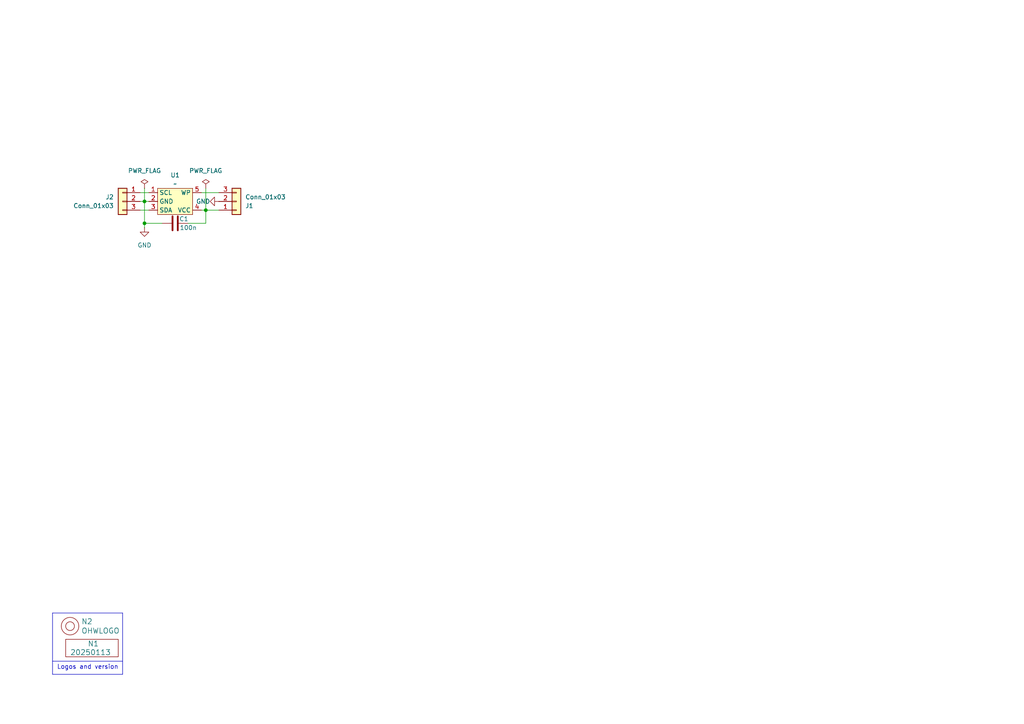
<source format=kicad_sch>
(kicad_sch (version 20231120) (generator "eeschema") (generator_version "8.0")
  (paper "A4")
  (lib_symbols
    (symbol "Connector_Generic:Conn_01x03" (pin_names (offset 1.016) hide)
      (property "Reference" "J" (at 0 5.08 0))
      (property "Value" "Conn_01x03" (at 0 -5.08 0))
      (symbol "Conn_01x03_1_1"
        (rectangle (start -1.27 -2.413) (end 0 -2.667) (stroke (width 0.1524)))
        (rectangle (start -1.27 0.127) (end 0 -0.127) (stroke (width 0.1524)))
        (rectangle (start -1.27 2.667) (end 0 2.413) (stroke (width 0.1524)))
        (rectangle (start -1.27 3.81) (end 1.27 -3.81) (stroke (width 0.254)) (fill (type background)))
        (pin passive line (at -5.08 2.54 0) (length 3.81) (name "Pin_1") (number "1"))
        (pin passive line (at -5.08 0 0) (length 3.81) (name "Pin_2") (number "2"))
        (pin passive line (at -5.08 -2.54 0) (length 3.81) (name "Pin_3") (number "3"))
      )
    )
    (symbol "Device:C" (pin_numbers hide) (pin_names (offset 0.254))
      (property "Reference" "C" (at 0.635 2.54 0))
      (property "Value" "C" (at 0.635 -2.54 0))
      (symbol "C_0_1"
        (polyline (pts (xy -2.032 -0.762) (xy 2.032 -0.762)) (stroke (width 0.508)))
        (polyline (pts (xy -2.032 0.762) (xy 2.032 0.762)) (stroke (width 0.508)))
      )
      (symbol "C_1_1"
        (pin passive line (at 0 3.81 270) (length 2.794) (name "~") (number "1"))
        (pin passive line (at 0 -3.81 90) (length 2.794) (name "~") (number "2"))
      )
    )
    (symbol "SquantorGenericDigital:EEPROM_SOT_I2C"
      (property "Reference" "U" (at 0 5.08 0))
      (symbol "EEPROM_SOT_I2C_1_1"
        (rectangle (start -5.08 3.81) (end 5.08 -3.81) (fill (type background)))
        (pin input line (at -7.62 2.54 0) (length 2.54) (name "SCL") (number "1"))
        (pin power_in line (at -7.62 0 0) (length 2.54) (name "GND") (number "2"))
        (pin bidirectional line (at -7.62 -2.54 0) (length 2.54) (name "SDA") (number "3"))
        (pin power_in line (at 7.62 -2.54 180) (length 2.54) (name "VCC") (number "4"))
        (pin input line (at 7.62 2.54 180) (length 2.54) (name "WP") (number "5"))
      )
    )
    (symbol "SquantorLabels:OHWLOGO" (pin_names (offset 1.016))
      (property "Reference" "N" (at 0 3.81 0))
      (property "Value" "OHWLOGO" (at 0 -3.81 0))
      (symbol "OHWLOGO_0_1"
        (circle (center 0 0) (radius 1.27))
        (circle (center 0 0) (radius 2.54))
      )
    )
    (symbol "SquantorLabels:VYYYYMMDD" (pin_names (offset 1.016))
      (property "Reference" "N" (at 0 2.54 0))
      (property "Value" "VYYYYMMDD" (at 0 0 0))
      (symbol "VYYYYMMDD_0_1"
        (rectangle (start 7.62 -1.27) (end -7.62 3.81))
      )
    )
    (symbol "power:GND" (power) (pin_numbers hide) (pin_names (offset 0) hide)
      (property "Value" "GND" (at 0 -3.81 0))
      (symbol "GND_0_1"
        (polyline (pts (xy 0 0) (xy 0 -1.27) (xy 1.27 -1.27) (xy 0 -2.54) (xy -1.27 -1.27) (xy 0 -1.27)))
      )
      (symbol "GND_1_1"
        (pin power_in line (at 0 0 270) (length 0) (name "~") (number "1"))
      )
    )
    (symbol "power:PWR_FLAG" (power) (pin_numbers hide) (pin_names (offset 0) hide)
      (property "Value" "PWR_FLAG" (at 0 3.81 0))
      (symbol "PWR_FLAG_0_0"
        (pin power_out line (at 0 0 90) (length 0) (name "~") (number "1"))
      )
      (symbol "PWR_FLAG_0_1"
        (polyline (pts (xy 0 0) (xy 0 1.27) (xy -1.016 1.905) (xy 0 2.54) (xy 1.016 1.905) (xy 0 1.27)))
      )
    )
  )
  (junction (at 59.69 60.96))
  (junction (at 41.91 64.77))
  (junction (at 41.91 58.42))
  (wire (pts (xy 41.91 58.42) (xy 41.91 64.77)))
  (polyline (pts (xy 15.24 177.8) (xy 15.24 195.58)))
  (polyline (pts (xy 35.56 177.8) (xy 15.24 177.8)))
  (wire (pts (xy 54.61 64.77) (xy 59.69 64.77)))
  (wire (pts (xy 58.42 55.88) (xy 63.5 55.88)))
  (wire (pts (xy 41.91 54.61) (xy 41.91 58.42)))
  (wire (pts (xy 58.42 60.96) (xy 59.69 60.96)))
  (wire (pts (xy 59.69 60.96) (xy 63.5 60.96)))
  (wire (pts (xy 59.69 54.61) (xy 59.69 60.96)))
  (wire (pts (xy 40.64 58.42) (xy 41.91 58.42)))
  (polyline (pts (xy 35.56 195.58) (xy 35.56 177.8)))
  (wire (pts (xy 40.64 55.88) (xy 43.18 55.88)))
  (polyline (pts (xy 15.24 195.58) (xy 35.56 195.58)))
  (wire (pts (xy 59.69 64.77) (xy 59.69 60.96)))
  (wire (pts (xy 41.91 64.77) (xy 46.99 64.77)))
  (wire (pts (xy 40.64 60.96) (xy 43.18 60.96)))
  (polyline (pts (xy 15.24 191.77) (xy 35.56 191.77)))
  (wire (pts (xy 41.91 58.42) (xy 43.18 58.42)))
  (wire (pts (xy 41.91 64.77) (xy 41.91 66.04)))
  (text "Logos and version" (at 16.51 194.31 0) (effects (font (size 1.27 1.27)) (justify left bottom)))
  (symbol (lib_id "SquantorLabels:VYYYYMMDD") (at 26.67 189.23 0) (unit 1)
    (property "Reference" "N1" (at 25.4 186.69 0) (effects (font (size 1.524 1.524)) (justify left)))
    (property "Value" "20250113" (at 20.32 189.23 0) (effects (font (size 1.524 1.524)) (justify left)))
    (property "Footprint" "SquantorLabels:Label_Generic" (effects (hide yes)))
  )
  (symbol (lib_id "SquantorLabels:OHWLOGO") (at 20.32 181.61 0) (unit 1)
    (property "Reference" "N2" (at 23.5712 180.2638 0) (effects (font (size 1.524 1.524)) (justify left)))
    (property "Value" "OHWLOGO" (at 23.5712 182.9562 0) (effects (font (size 1.524 1.524)) (justify left)))
    (property "Footprint" "Symbol:OSHW-Symbol_6.7x6mm_SilkScreen" (effects (hide yes)))
  )
  (symbol (lib_id "power:PWR_FLAG") (at 41.91 54.61 0) (unit 1)
    (property "Reference" "#FLG01" (effects (hide yes)))
    (property "Value" "PWR_FLAG" (at 41.91 49.53 0))
    (property "Description" "Special symbol for telling ERC where power comes from" (effects (hide yes)))
  )
  (symbol (lib_id "SquantorGenericDigital:EEPROM_SOT_I2C") (at 50.8 58.42 0) (unit 1)
    (property "Reference" "U1" (at 50.8 50.8 0))
    (property "Value" "~" (at 50.8 53.34 0))
    (property "Footprint" "SquantorIC:SOT25-diodesinc" (effects (hide yes)))
  )
  (symbol (lib_id "power:GND") (at 41.91 66.04 0) (unit 1)
    (property "Reference" "#PWR01" (effects (hide yes)))
    (property "Value" "GND" (at 41.91 71.12 0))
    (property "Description" "Power symbol creates a global label with name \"GND\" , ground" (effects (hide yes)))
  )
  (symbol (lib_id "power:PWR_FLAG") (at 59.69 54.61 0) (unit 1)
    (property "Reference" "#FLG02" (effects (hide yes)))
    (property "Value" "PWR_FLAG" (at 59.69 49.53 0))
    (property "Description" "Special symbol for telling ERC where power comes from" (effects (hide yes)))
  )
  (symbol (lib_id "Device:C") (at 50.8 64.77 90) (unit 1)
    (property "Reference" "C1" (at 53.34 63.5 90))
    (property "Value" "100n" (at 54.61 66.04 90))
    (property "Footprint" "SquantorCapacitor:C_0603" (effects (hide yes)))
    (property "Description" "Unpolarized capacitor" (effects (hide yes)))
  )
  (symbol (lib_id "power:GND") (at 63.5 58.42 270) (unit 1)
    (property "Reference" "#PWR02" (effects (hide yes)))
    (property "Value" "GND" (at 60.96 58.42 90) (effects (justify right)))
    (property "Description" "Power symbol creates a global label with name \"GND\" , ground" (effects (hide yes)))
  )
  (symbol (lib_id "Connector_Generic:Conn_01x03") (at 68.58 58.42 0) (mirror x) (unit 1)
    (property "Reference" "J1" (at 71.12 59.6901 0) (effects (justify left)))
    (property "Value" "Conn_01x03" (at 71.12 57.1501 0) (effects (justify left)))
    (property "Footprint" "SquantorConnectors:Header-0254-1X03-H008" (effects (hide yes)))
    (property "Description" "Generic connector, single row, 01x03, script generated (kicad-library-utils/schlib/autogen/connector/)" (effects (hide yes)))
  )
  (symbol (lib_id "Connector_Generic:Conn_01x03") (at 35.56 58.42 0) (mirror y) (unit 1)
    (property "Reference" "J2" (at 33.02 57.1499 0) (effects (justify left)))
    (property "Value" "Conn_01x03" (at 33.02 59.6899 0) (effects (justify left)))
    (property "Footprint" "SquantorConnectors:Header-0254-1X03-H008" (effects (hide yes)))
    (property "Description" "Generic connector, single row, 01x03, script generated (kicad-library-utils/schlib/autogen/connector/)" (effects (hide yes)))
  )
)
</source>
